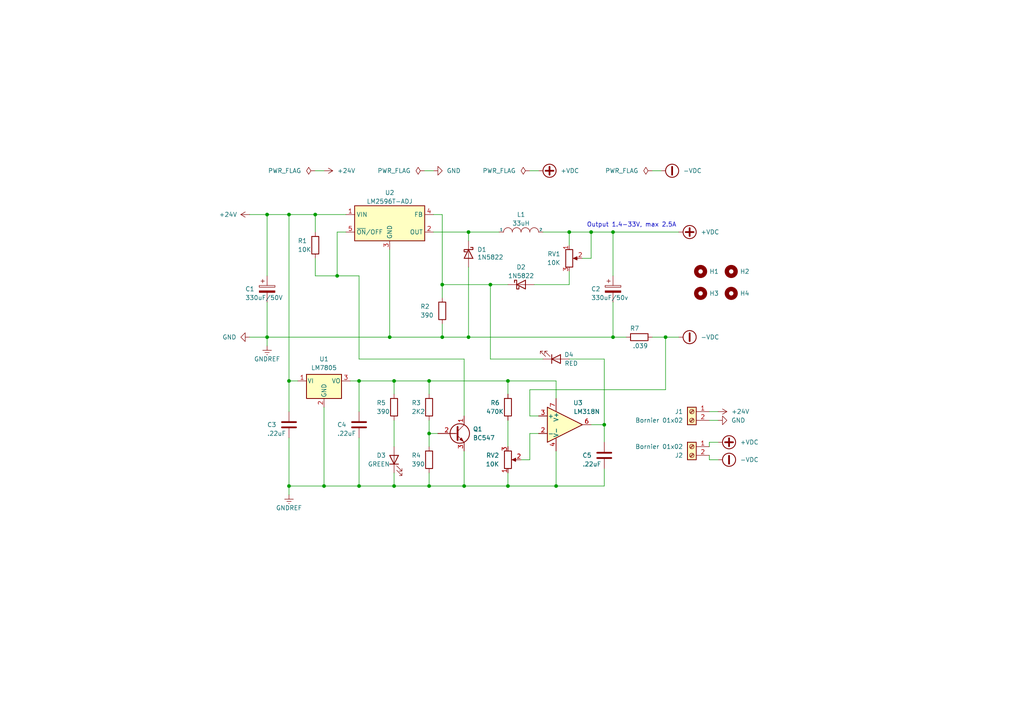
<source format=kicad_sch>
(kicad_sch (version 20211123) (generator eeschema)
  (paper "A4")
  (lib_symbols
    (symbol "Amplifier_Operational:LM318N" (pin_names (offset 0.127))
      (property "Reference" "U3" (at 3.81 6.35 0))
      (property "Value" "LM318N" (at 6.35 3.81 0))
      (symbol "LM318N_0_1"
        (polyline (pts (xy 5.08 0) (xy -5.08 5.08) (xy -5.08 -5.08) (xy 5.08 0)) (stroke (width 0.254)) (fill (type background)))
      )
      (symbol "LM318N_1_1"
        (pin input line (at -7.62 -2.54 0) (length 2.54) (name "-") (number "2"))
        (pin input line (at -7.62 2.54 0) (length 2.54) (name "+") (number "3"))
        (pin power_in line (at -2.54 -7.62 90) (length 3.81) (name "V-") (number "4"))
        (pin output line (at 7.62 0 180) (length 2.54) (name "~") (number "6"))
        (pin power_in line (at -2.54 7.62 270) (length 3.81) (name "V+") (number "7"))
      )
    )
    (symbol "Connector:Screw_Terminal_01x02" (pin_names (offset 1.016) hide)
      (property "Reference" "J" (at 0 2.54 0))
      (property "Value" "Screw_Terminal_01x02" (at 0 -5.08 0))
      (symbol "Screw_Terminal_01x02_1_1"
        (rectangle (start -1.27 1.27) (end 1.27 -3.81) (stroke (width 0.254)) (fill (type background)))
        (circle (center 0 -2.54) (radius 0.635) (stroke (width 0.1524)))
        (polyline (pts (xy -0.5334 -2.2098) (xy 0.3302 -3.048)) (stroke (width 0.1524)))
        (polyline (pts (xy -0.5334 0.3302) (xy 0.3302 -0.508)) (stroke (width 0.1524)))
        (polyline (pts (xy -0.3556 -2.032) (xy 0.508 -2.8702)) (stroke (width 0.1524)))
        (polyline (pts (xy -0.3556 0.508) (xy 0.508 -0.3302)) (stroke (width 0.1524)))
        (circle (center 0 0) (radius 0.635) (stroke (width 0.1524)))
        (pin passive line (at -5.08 0 0) (length 3.81) (name "Pin_1") (number "1"))
        (pin passive line (at -5.08 -2.54 0) (length 3.81) (name "Pin_2") (number "2"))
      )
    )
    (symbol "Device:C" (pin_numbers hide) (pin_names (offset 0.254))
      (property "Reference" "C" (at 0.635 2.54 0))
      (property "Value" "C" (at 0.635 -2.54 0))
      (symbol "C_0_1"
        (polyline (pts (xy -2.032 -0.762) (xy 2.032 -0.762)) (stroke (width 0.508)))
        (polyline (pts (xy -2.032 0.762) (xy 2.032 0.762)) (stroke (width 0.508)))
      )
      (symbol "C_1_1"
        (pin passive line (at 0 3.81 270) (length 2.794) (name "~") (number "1"))
        (pin passive line (at 0 -3.81 90) (length 2.794) (name "~") (number "2"))
      )
    )
    (symbol "Device:C_Polarized" (pin_numbers hide) (pin_names (offset 0.254))
      (property "Reference" "C" (at 0.635 2.54 0))
      (property "Value" "C_Polarized" (at 0.635 -2.54 0))
      (symbol "C_Polarized_0_1"
        (rectangle (start -2.286 0.508) (end 2.286 1.016))
        (polyline (pts (xy -1.778 2.286) (xy -0.762 2.286)))
        (polyline (pts (xy -1.27 2.794) (xy -1.27 1.778)))
        (rectangle (start 2.286 -0.508) (end -2.286 -1.016) (fill (type outline)))
      )
      (symbol "C_Polarized_1_1"
        (pin passive line (at 0 3.81 270) (length 2.794) (name "~") (number "1"))
        (pin passive line (at 0 -3.81 90) (length 2.794) (name "~") (number "2"))
      )
    )
    (symbol "Device:LED" (pin_numbers hide) (pin_names (offset 1.016) hide)
      (property "Reference" "D" (at 0 2.54 0))
      (property "Value" "LED" (at 0 -2.54 0))
      (symbol "LED_0_1"
        (polyline (pts (xy -1.27 -1.27) (xy -1.27 1.27)) (stroke (width 0.254)))
        (polyline (pts (xy -1.27 0) (xy 1.27 0)))
        (polyline (pts (xy 1.27 -1.27) (xy 1.27 1.27) (xy -1.27 0) (xy 1.27 -1.27)) (stroke (width 0.254)))
        (polyline (pts (xy -3.048 -0.762) (xy -4.572 -2.286) (xy -3.81 -2.286) (xy -4.572 -2.286) (xy -4.572 -1.524)))
        (polyline (pts (xy -1.778 -0.762) (xy -3.302 -2.286) (xy -2.54 -2.286) (xy -3.302 -2.286) (xy -3.302 -1.524)))
      )
      (symbol "LED_1_1"
        (pin passive line (at -3.81 0 0) (length 2.54) (name "K") (number "1"))
        (pin passive line (at 3.81 0 180) (length 2.54) (name "A") (number "2"))
      )
    )
    (symbol "Device:R" (pin_numbers hide) (pin_names (offset 0))
      (property "Reference" "R" (at 2.032 0 90))
      (property "Value" "R" (at 0 0 90))
      (symbol "R_0_1"
        (rectangle (start -1.016 -2.54) (end 1.016 2.54) (stroke (width 0.254)))
      )
      (symbol "R_1_1"
        (pin passive line (at 0 3.81 270) (length 1.27) (name "~") (number "1"))
        (pin passive line (at 0 -3.81 90) (length 1.27) (name "~") (number "2"))
      )
    )
    (symbol "Device:R_Potentiometer" (pin_names (offset 1.016) hide)
      (property "Reference" "RV" (at -4.445 0 90))
      (property "Value" "R_Potentiometer" (at -2.54 0 90))
      (symbol "R_Potentiometer_0_1"
        (polyline (pts (xy 2.54 0) (xy 1.524 0)))
        (polyline (pts (xy 1.143 0) (xy 2.286 0.508) (xy 2.286 -0.508) (xy 1.143 0)) (fill (type outline)))
        (rectangle (start 1.016 2.54) (end -1.016 -2.54) (stroke (width 0.254)))
      )
      (symbol "R_Potentiometer_1_1"
        (pin passive line (at 0 3.81 270) (length 1.27) (name "1") (number "1"))
        (pin passive line (at 3.81 0 180) (length 1.27) (name "2") (number "2"))
        (pin passive line (at 0 -3.81 90) (length 1.27) (name "3") (number "3"))
      )
    )
    (symbol "Diode:1N5822" (pin_numbers hide) (pin_names (offset 1.016) hide)
      (property "Reference" "D" (at 0 2.54 0))
      (property "Value" "1N5822" (at 0 -2.54 0))
      (symbol "1N5822_0_1"
        (polyline (pts (xy 1.27 0) (xy -1.27 0)))
        (polyline (pts (xy 1.27 1.27) (xy 1.27 -1.27) (xy -1.27 0) (xy 1.27 1.27)) (stroke (width 0.254)))
        (polyline (pts (xy -1.905 0.635) (xy -1.905 1.27) (xy -1.27 1.27) (xy -1.27 -1.27) (xy -0.635 -1.27) (xy -0.635 -0.635)) (stroke (width 0.254)))
      )
      (symbol "1N5822_1_1"
        (pin passive line (at -3.81 0 0) (length 2.54) (name "K") (number "1"))
        (pin passive line (at 3.81 0 180) (length 2.54) (name "A") (number "2"))
      )
    )
    (symbol "Mechanical:MountingHole" (pin_names (offset 1.016))
      (property "Reference" "H" (at 0 5.08 0))
      (property "Value" "MountingHole" (at 0 3.175 0))
      (symbol "MountingHole_0_1"
        (circle (center 0 0) (radius 1.27) (stroke (width 1.27)))
      )
    )
    (symbol "Regulator_Linear:LM7805_TO220" (pin_names (offset 0.254))
      (property "Reference" "U" (at -3.81 3.175 0))
      (property "Value" "LM7805_TO220" (at 0 3.175 0))
      (symbol "LM7805_TO220_0_1"
        (rectangle (start -5.08 1.905) (end 5.08 -5.08) (stroke (width 0.254)) (fill (type background)))
      )
      (symbol "LM7805_TO220_1_1"
        (pin power_in line (at -7.62 0 0) (length 2.54) (name "VI") (number "1"))
        (pin power_in line (at 0 -7.62 90) (length 2.54) (name "GND") (number "2"))
        (pin power_out line (at 7.62 0 180) (length 2.54) (name "VO") (number "3"))
      )
    )
    (symbol "Regulator_Switching:LM2596T-ADJ"
      (property "Reference" "U" (at -10.16 6.35 0))
      (property "Value" "LM2596T-ADJ" (at 0 6.35 0))
      (symbol "LM2596T-ADJ_0_1"
        (rectangle (start -10.16 5.08) (end 10.16 -5.08) (stroke (width 0.254)) (fill (type background)))
      )
      (symbol "LM2596T-ADJ_1_1"
        (pin power_in line (at -12.7 2.54 0) (length 2.54) (name "VIN") (number "1"))
        (pin output line (at 12.7 -2.54 180) (length 2.54) (name "OUT") (number "2"))
        (pin power_in line (at 0 -7.62 90) (length 2.54) (name "GND") (number "3"))
        (pin input line (at 12.7 2.54 180) (length 2.54) (name "FB") (number "4"))
        (pin input line (at -12.7 -2.54 0) (length 2.54) (name "~{ON}/OFF") (number "5"))
      )
    )
    (symbol "Transistor_BJT:BC547" (pin_names (offset 0) hide)
      (property "Reference" "Q" (at 5.08 1.905 0))
      (property "Value" "BC547" (at 5.08 0 0))
      (symbol "BC547_0_1"
        (polyline (pts (xy 0 0) (xy 0.635 0)))
        (polyline (pts (xy 0.635 0.635) (xy 2.54 2.54)))
        (polyline (pts (xy 0.635 -0.635) (xy 2.54 -2.54) (xy 2.54 -2.54)))
        (polyline (pts (xy 0.635 1.905) (xy 0.635 -1.905) (xy 0.635 -1.905)) (stroke (width 0.508)))
        (polyline (pts (xy 1.27 -1.778) (xy 1.778 -1.27) (xy 2.286 -2.286) (xy 1.27 -1.778) (xy 1.27 -1.778)) (fill (type outline)))
        (circle (center 1.27 0) (radius 2.8194) (stroke (width 0.254)))
      )
      (symbol "BC547_1_1"
        (pin passive line (at 2.54 5.08 270) (length 2.54) (name "C") (number "1"))
        (pin input line (at -5.08 0 0) (length 5.08) (name "B") (number "2"))
        (pin passive line (at 2.54 -5.08 90) (length 2.54) (name "E") (number "3"))
      )
    )
    (symbol "power:+24V" (power) (pin_names (offset 0))
      (property "Value" "+24V" (at 0 3.556 0))
      (symbol "+24V_0_1"
        (polyline (pts (xy -0.762 1.27) (xy 0 2.54)))
        (polyline (pts (xy 0 0) (xy 0 2.54)))
        (polyline (pts (xy 0 2.54) (xy 0.762 1.27)))
      )
      (symbol "+24V_1_1"
        (pin power_in line (at 0 0 90) (length 0) hide (name "+24V") (number "1"))
      )
    )
    (symbol "power:+VDC" (power) (pin_names (offset 0))
      (property "Value" "+VDC" (at 0 6.35 0))
      (symbol "+VDC_0_1"
        (polyline (pts (xy -1.143 3.175) (xy 1.143 3.175)) (stroke (width 0.508)))
        (polyline (pts (xy 0 0) (xy 0 1.27)))
        (polyline (pts (xy 0 2.032) (xy 0 4.318)) (stroke (width 0.508)))
        (circle (center 0 3.175) (radius 1.905) (stroke (width 0.254)))
      )
      (symbol "+VDC_1_1"
        (pin power_in line (at 0 0 90) (length 0) hide (name "+VDC") (number "1"))
      )
    )
    (symbol "power:-VDC" (power) (pin_names (offset 0))
      (property "Value" "-VDC" (at 0 6.35 0))
      (symbol "-VDC_0_1"
        (polyline (pts (xy -1.143 3.175) (xy 1.143 3.175)) (stroke (width 0.508)))
        (polyline (pts (xy 0 0) (xy 0 1.27)))
        (circle (center 0 3.175) (radius 1.905) (stroke (width 0.254)))
      )
      (symbol "-VDC_1_1"
        (pin power_in line (at 0 0 90) (length 0) hide (name "-VDC") (number "1"))
      )
    )
    (symbol "power:GND" (power) (pin_names (offset 0))
      (property "Value" "GND" (at 0 -3.81 0))
      (symbol "GND_0_1"
        (polyline (pts (xy 0 0) (xy 0 -1.27) (xy 1.27 -1.27) (xy 0 -2.54) (xy -1.27 -1.27) (xy 0 -1.27)))
      )
      (symbol "GND_1_1"
        (pin power_in line (at 0 0 270) (length 0) hide (name "GND") (number "1"))
      )
    )
    (symbol "power:GNDREF" (power) (pin_names (offset 0))
      (property "Value" "GNDREF" (at 0 -3.81 0))
      (symbol "GNDREF_0_1"
        (polyline (pts (xy -0.635 -1.905) (xy 0.635 -1.905)))
        (polyline (pts (xy -0.127 -2.54) (xy 0.127 -2.54)))
        (polyline (pts (xy 0 -1.27) (xy 0 0)))
        (polyline (pts (xy 1.27 -1.27) (xy -1.27 -1.27)))
      )
      (symbol "GNDREF_1_1"
        (pin power_in line (at 0 0 270) (length 0) hide (name "GNDREF") (number "1"))
      )
    )
    (symbol "power:PWR_FLAG" (power) (pin_numbers hide) (pin_names (offset 0) hide)
      (property "Value" "PWR_FLAG" (at 0 3.81 0))
      (symbol "PWR_FLAG_0_0"
        (pin power_out line (at 0 0 90) (length 0) (name "pwr") (number "1"))
      )
      (symbol "PWR_FLAG_0_1"
        (polyline (pts (xy 0 0) (xy 0 1.27) (xy -1.016 1.905) (xy 0 2.54) (xy 1.016 1.905) (xy 0 1.27)))
      )
    )
    (symbol "pspice:INDUCTOR" (pin_numbers hide) (pin_names (offset 0))
      (property "Reference" "L" (at 0 2.54 0))
      (property "Value" "INDUCTOR" (at 0 -1.27 0))
      (symbol "INDUCTOR_0_1"
        (arc (start -2.54 0) (mid -3.81 1.27) (end -5.08 0))
        (arc (start 0 0) (mid -1.27 1.27) (end -2.54 0))
        (arc (start 2.54 0) (mid 1.27 1.27) (end 0 0))
        (arc (start 5.08 0) (mid 3.81 1.27) (end 2.54 0))
      )
      (symbol "INDUCTOR_1_1"
        (pin input line (at -6.35 0 0) (length 1.27) (name "1") (number "1"))
        (pin input line (at 6.35 0 180) (length 1.27) (name "2") (number "2"))
      )
    )
  )
  (junction (at 147.32 110.49))
  (junction (at 124.46 140.97))
  (junction (at 124.46 110.49))
  (junction (at 83.82 110.49))
  (junction (at 104.14 110.49))
  (junction (at 83.82 140.97))
  (junction (at 177.8 97.79))
  (junction (at 93.98 140.97))
  (junction (at 175.26 123.19))
  (junction (at 83.82 62.23))
  (junction (at 91.44 62.23))
  (junction (at 171.45 67.31))
  (junction (at 161.29 140.97))
  (junction (at 113.03 97.79))
  (junction (at 128.27 82.55))
  (junction (at 165.1 67.31))
  (junction (at 124.46 125.73))
  (junction (at 134.62 140.97))
  (junction (at 114.3 110.49))
  (junction (at 135.89 97.79))
  (junction (at 77.47 62.23))
  (junction (at 104.14 140.97))
  (junction (at 142.24 82.55))
  (junction (at 135.89 67.31))
  (junction (at 177.8 67.31))
  (junction (at 128.27 97.79))
  (junction (at 114.3 140.97))
  (junction (at 97.79 80.01))
  (junction (at 147.32 140.97))
  (junction (at 193.04 97.79))
  (junction (at 77.47 97.79))
  (wire (pts (xy 175.26 135.89) (xy 175.26 140.97)))
  (wire (pts (xy 171.45 67.31) (xy 171.45 74.93)))
  (wire (pts (xy 175.26 104.14) (xy 165.1 104.14)))
  (wire (pts (xy 134.62 104.14) (xy 134.62 120.65)))
  (wire (pts (xy 157.48 67.31) (xy 165.1 67.31)))
  (wire (pts (xy 208.28 133.35) (xy 205.74 133.35)))
  (wire (pts (xy 157.48 104.14) (xy 142.24 104.14)))
  (wire (pts (xy 83.82 127) (xy 83.82 140.97)))
  (wire (pts (xy 134.62 140.97) (xy 147.32 140.97)))
  (wire (pts (xy 142.24 82.55) (xy 147.32 82.55)))
  (wire (pts (xy 151.13 133.35) (xy 153.67 133.35)))
  (wire (pts (xy 177.8 67.31) (xy 177.8 80.01)))
  (wire (pts (xy 147.32 140.97) (xy 161.29 140.97)))
  (wire (pts (xy 104.14 119.38) (xy 104.14 110.49)))
  (wire (pts (xy 124.46 125.73) (xy 124.46 129.54)))
  (wire (pts (xy 147.32 110.49) (xy 147.32 114.3)))
  (wire (pts (xy 125.73 62.23) (xy 128.27 62.23)))
  (wire (pts (xy 128.27 62.23) (xy 128.27 82.55)))
  (wire (pts (xy 114.3 110.49) (xy 114.3 114.3)))
  (wire (pts (xy 83.82 140.97) (xy 93.98 140.97)))
  (wire (pts (xy 83.82 62.23) (xy 83.82 110.49)))
  (wire (pts (xy 193.04 113.03) (xy 153.67 113.03)))
  (wire (pts (xy 123.19 49.53) (xy 125.73 49.53)))
  (wire (pts (xy 101.6 110.49) (xy 104.14 110.49)))
  (wire (pts (xy 147.32 121.92) (xy 147.32 129.54)))
  (wire (pts (xy 113.03 97.79) (xy 128.27 97.79)))
  (wire (pts (xy 104.14 104.14) (xy 134.62 104.14)))
  (wire (pts (xy 128.27 93.98) (xy 128.27 97.79)))
  (wire (pts (xy 91.44 62.23) (xy 100.33 62.23)))
  (wire (pts (xy 128.27 82.55) (xy 142.24 82.55)))
  (wire (pts (xy 124.46 121.92) (xy 124.46 125.73)))
  (wire (pts (xy 77.47 62.23) (xy 83.82 62.23)))
  (wire (pts (xy 124.46 110.49) (xy 124.46 114.3)))
  (wire (pts (xy 113.03 72.39) (xy 113.03 97.79)))
  (wire (pts (xy 104.14 80.01) (xy 97.79 80.01)))
  (wire (pts (xy 114.3 137.16) (xy 114.3 140.97)))
  (wire (pts (xy 114.3 129.54) (xy 114.3 121.92)))
  (wire (pts (xy 147.32 110.49) (xy 161.29 110.49)))
  (wire (pts (xy 205.74 121.92) (xy 208.28 121.92)))
  (wire (pts (xy 193.04 97.79) (xy 193.04 113.03)))
  (wire (pts (xy 153.67 125.73) (xy 156.21 125.73)))
  (wire (pts (xy 91.44 62.23) (xy 91.44 67.31)))
  (wire (pts (xy 77.47 62.23) (xy 77.47 80.01)))
  (wire (pts (xy 97.79 67.31) (xy 97.79 80.01)))
  (wire (pts (xy 205.74 119.38) (xy 208.28 119.38)))
  (wire (pts (xy 142.24 82.55) (xy 142.24 104.14)))
  (wire (pts (xy 83.82 62.23) (xy 91.44 62.23)))
  (wire (pts (xy 91.44 49.53) (xy 93.98 49.53)))
  (wire (pts (xy 104.14 127) (xy 104.14 140.97)))
  (wire (pts (xy 114.3 140.97) (xy 124.46 140.97)))
  (wire (pts (xy 93.98 140.97) (xy 104.14 140.97)))
  (wire (pts (xy 128.27 97.79) (xy 135.89 97.79)))
  (wire (pts (xy 171.45 123.19) (xy 175.26 123.19)))
  (wire (pts (xy 93.98 118.11) (xy 93.98 140.97)))
  (wire (pts (xy 205.74 132.08) (xy 205.74 133.35)))
  (wire (pts (xy 193.04 97.79) (xy 196.85 97.79)))
  (wire (pts (xy 72.39 62.23) (xy 77.47 62.23)))
  (wire (pts (xy 77.47 97.79) (xy 113.03 97.79)))
  (wire (pts (xy 83.82 140.97) (xy 83.82 143.51)))
  (wire (pts (xy 154.94 82.55) (xy 165.1 82.55)))
  (wire (pts (xy 135.89 77.47) (xy 135.89 97.79)))
  (wire (pts (xy 177.8 67.31) (xy 196.85 67.31)))
  (wire (pts (xy 125.73 67.31) (xy 135.89 67.31)))
  (wire (pts (xy 175.26 123.19) (xy 175.26 104.14)))
  (wire (pts (xy 91.44 74.93) (xy 91.44 80.01)))
  (wire (pts (xy 91.44 80.01) (xy 97.79 80.01)))
  (wire (pts (xy 153.67 49.53) (xy 156.21 49.53)))
  (wire (pts (xy 124.46 137.16) (xy 124.46 140.97)))
  (wire (pts (xy 147.32 137.16) (xy 147.32 140.97)))
  (wire (pts (xy 83.82 110.49) (xy 83.82 119.38)))
  (wire (pts (xy 175.26 123.19) (xy 175.26 128.27)))
  (wire (pts (xy 83.82 110.49) (xy 86.36 110.49)))
  (wire (pts (xy 205.74 128.27) (xy 205.74 129.54)))
  (wire (pts (xy 97.79 67.31) (xy 100.33 67.31)))
  (wire (pts (xy 153.67 120.65) (xy 156.21 120.65)))
  (wire (pts (xy 124.46 110.49) (xy 147.32 110.49)))
  (wire (pts (xy 104.14 140.97) (xy 114.3 140.97)))
  (wire (pts (xy 171.45 74.93) (xy 168.91 74.93)))
  (wire (pts (xy 177.8 87.63) (xy 177.8 97.79)))
  (wire (pts (xy 165.1 67.31) (xy 171.45 67.31)))
  (wire (pts (xy 135.89 67.31) (xy 144.78 67.31)))
  (wire (pts (xy 189.23 49.53) (xy 191.77 49.53)))
  (wire (pts (xy 124.46 140.97) (xy 134.62 140.97)))
  (wire (pts (xy 124.46 125.73) (xy 127 125.73)))
  (wire (pts (xy 161.29 110.49) (xy 161.29 115.57)))
  (wire (pts (xy 135.89 67.31) (xy 135.89 69.85)))
  (wire (pts (xy 171.45 67.31) (xy 177.8 67.31)))
  (wire (pts (xy 161.29 140.97) (xy 161.29 130.81)))
  (wire (pts (xy 208.28 128.27) (xy 205.74 128.27)))
  (wire (pts (xy 72.39 97.79) (xy 77.47 97.79)))
  (wire (pts (xy 104.14 80.01) (xy 104.14 104.14)))
  (wire (pts (xy 128.27 82.55) (xy 128.27 86.36)))
  (wire (pts (xy 153.67 125.73) (xy 153.67 133.35)))
  (wire (pts (xy 77.47 87.63) (xy 77.47 97.79)))
  (wire (pts (xy 134.62 130.81) (xy 134.62 140.97)))
  (wire (pts (xy 165.1 78.74) (xy 165.1 82.55)))
  (wire (pts (xy 161.29 140.97) (xy 175.26 140.97)))
  (wire (pts (xy 104.14 110.49) (xy 114.3 110.49)))
  (wire (pts (xy 135.89 97.79) (xy 177.8 97.79)))
  (wire (pts (xy 165.1 67.31) (xy 165.1 71.12)))
  (wire (pts (xy 77.47 97.79) (xy 77.47 100.33)))
  (wire (pts (xy 189.23 97.79) (xy 193.04 97.79)))
  (wire (pts (xy 153.67 113.03) (xy 153.67 120.65)))
  (wire (pts (xy 114.3 110.49) (xy 124.46 110.49)))
  (wire (pts (xy 177.8 97.79) (xy 181.61 97.79)))
  (text "Output 1.4-33V, max 2.5A" (at 170.18 66.04 0) (effects (font (size 1.27 1.27)) (justify left bottom)))
  (symbol (lib_id "power:-VDC") (at 196.85 97.79 270) (unit 1)
    (property "Reference" "#PWR08" (effects hide))
    (property "Value" "-VDC" (at 203.2 97.7899 90) (effects (justify left)))
  )
  (symbol (lib_id "power:PWR_FLAG") (at 91.44 49.53 90) (unit 1)
    (property "Reference" "#FLG01" (effects hide))
    (property "Value" "PWR_FLAG" (at 82.55 49.53 90))
  )
  (symbol (lib_id "power:PWR_FLAG") (at 153.67 49.53 90) (unit 1)
    (property "Reference" "#FLG03" (effects hide))
    (property "Value" "PWR_FLAG" (at 144.78 49.53 90))
  )
  (symbol (lib_id "power:+VDC") (at 156.21 49.53 270) (mirror x) (unit 1)
    (property "Reference" "#PWR05" (effects hide))
    (property "Value" "+VDC" (at 162.56 49.5299 90) (effects (justify left)))
  )
  (symbol (lib_id "Diode:1N5822") (at 151.13 82.55 0) (unit 1)
    (property "Reference" "D2" (at 151.13 77.47 0))
    (property "Value" "1N5822" (at 151.13 80.01 0))
    (property "Footprint" "Diode_THT:D_DO-201AD_P15.24mm_Horizontal" (effects hide))
    (property "Datasheet" "http://www.vishay.com/docs/88526/1n5820.pdf" (effects hide))
  )
  (symbol (lib_id "power:GND") (at 125.73 49.53 90) (unit 1)
    (property "Reference" "#PWR04" (effects hide))
    (property "Value" "GND" (at 129.54 49.53 90) (effects (justify right)))
  )
  (symbol (lib_id "Diode:1N5822") (at 135.89 73.66 270) (unit 1)
    (property "Reference" "D1" (at 138.43 72.39 90) (effects (justify left)))
    (property "Value" "1N5822" (at 138.43 74.6124 90) (effects (justify left)))
    (property "Footprint" "Diode_THT:D_DO-201AD_P15.24mm_Horizontal" (effects hide))
    (property "Datasheet" "http://www.vishay.com/docs/88526/1n5820.pdf" (effects hide))
  )
  (symbol (lib_id "pspice:INDUCTOR") (at 151.13 67.31 0) (unit 1)
    (property "Reference" "L1" (at 151.13 62.23 0))
    (property "Value" "33uH" (at 151.13 64.77 0))
    (property "Footprint" "Inductor_THT:L_Radial_D10.0mm_P5.00mm_Fastron_07M" (effects hide))
  )
  (symbol (lib_id "Device:R") (at 124.46 133.35 0) (unit 1)
    (property "Reference" "R4" (at 119.38 132.08 0) (effects (justify left)))
    (property "Value" "390" (at 119.38 134.62 0) (effects (justify left)))
    (property "Footprint" "Resistor_THT:R_Axial_DIN0207_L6.3mm_D2.5mm_P7.62mm_Horizontal" (effects hide))
  )
  (symbol (lib_id "Device:LED") (at 114.3 133.35 90) (unit 1)
    (property "Reference" "D3" (at 109.22 132.08 90) (effects (justify right)))
    (property "Value" "GREEN" (at 106.68 134.62 90) (effects (justify right)))
    (property "Footprint" "LED_THT:LED_D5.0mm" (effects hide))
  )
  (symbol (lib_id "Device:R_Potentiometer") (at 147.32 133.35 0) (mirror x) (unit 1)
    (property "Reference" "RV2" (at 144.78 132.0799 0) (effects (justify right)))
    (property "Value" "10K" (at 144.78 134.6199 0) (effects (justify right)))
    (property "Footprint" "Potentiometer_THT:Potentiometer_Alps_RK163_Single_Horizontal" (effects hide))
  )
  (symbol (lib_id "power:PWR_FLAG") (at 189.23 49.53 90) (unit 1)
    (property "Reference" "#FLG04" (effects hide))
    (property "Value" "PWR_FLAG" (at 180.34 49.53 90))
  )
  (symbol (lib_id "power:+24V") (at 72.39 62.23 90) (unit 1)
    (property "Reference" "#PWR01" (effects hide))
    (property "Value" "+24V" (at 63.5 62.23 90) (effects (justify right)))
  )
  (symbol (lib_id "power:-VDC") (at 208.28 133.35 270) (unit 1)
    (property "Reference" "#PWR0104" (effects hide))
    (property "Value" "-VDC" (at 214.63 133.3499 90) (effects (justify left)))
  )
  (symbol (lib_id "Device:R") (at 128.27 90.17 0) (unit 1)
    (property "Reference" "R2" (at 121.92 88.9 0) (effects (justify left)))
    (property "Value" "390" (at 121.92 91.44 0) (effects (justify left)))
    (property "Footprint" "Resistor_THT:R_Axial_DIN0207_L6.3mm_D2.5mm_P7.62mm_Horizontal" (effects hide))
  )
  (symbol (lib_id "Device:C_Polarized") (at 77.47 83.82 0) (unit 1)
    (property "Reference" "C1" (at 71.12 83.82 0) (effects (justify left)))
    (property "Value" "330uF/50V" (at 71.12 86.36 0) (effects (justify left)))
    (property "Footprint" "Capacitor_THT:CP_Radial_D8.0mm_P3.80mm" (effects hide))
  )
  (symbol (lib_id "power:PWR_FLAG") (at 123.19 49.53 90) (unit 1)
    (property "Reference" "#FLG02" (effects hide))
    (property "Value" "PWR_FLAG" (at 114.3 49.53 90))
  )
  (symbol (lib_id "Device:R") (at 124.46 118.11 0) (unit 1)
    (property "Reference" "R3" (at 119.38 116.84 0) (effects (justify left)))
    (property "Value" "2K2" (at 119.38 119.38 0) (effects (justify left)))
    (property "Footprint" "Resistor_THT:R_Axial_DIN0207_L6.3mm_D2.5mm_P7.62mm_Horizontal" (effects hide))
  )
  (symbol (lib_id "Device:LED") (at 161.29 104.14 0) (mirror x) (unit 1)
    (property "Reference" "D4" (at 166.37 102.87 0) (effects (justify right)))
    (property "Value" "RED" (at 167.64 105.41 0) (effects (justify right)))
    (property "Footprint" "LED_THT:LED_D5.0mm" (effects hide))
  )
  (symbol (lib_id "power:GND") (at 208.28 121.92 90) (unit 1)
    (property "Reference" "#PWR0101" (effects hide))
    (property "Value" "GND" (at 212.09 121.92 90) (effects (justify right)))
  )
  (symbol (lib_id "Mechanical:MountingHole") (at 212.09 85.09 0) (unit 1)
    (property "Reference" "H4" (at 214.63 85.09 0) (effects (justify left)))
    (property "Value" "MountingHole" (effects hide))
    (property "Footprint" "MountingHole:MountingHole_2.1mm" (effects hide))
  )
  (symbol (lib_id "Device:R") (at 114.3 118.11 0) (unit 1)
    (property "Reference" "R5" (at 109.22 116.84 0) (effects (justify left)))
    (property "Value" "390" (at 109.22 119.38 0) (effects (justify left)))
    (property "Footprint" "Resistor_THT:R_Axial_DIN0207_L6.3mm_D2.5mm_P7.62mm_Horizontal" (effects hide))
  )
  (symbol (lib_id "Transistor_BJT:BC547") (at 132.08 125.73 0) (unit 1)
    (property "Reference" "Q1" (at 137.16 124.4599 0) (effects (justify left)))
    (property "Value" "BC547" (at 137.16 126.9999 0) (effects (justify left)))
    (property "Footprint" "Package_TO_SOT_THT:TO-92_Inline_Wide" (effects hide))
    (property "Datasheet" "https://www.onsemi.com/pub/Collateral/BC550-D.pdf" (effects hide))
  )
  (symbol (lib_id "Mechanical:MountingHole") (at 212.09 78.74 0) (unit 1)
    (property "Reference" "H2" (at 214.63 78.74 0) (effects (justify left)))
    (property "Value" "MountingHole" (effects hide))
    (property "Footprint" "MountingHole:MountingHole_2.1mm" (effects hide))
  )
  (symbol (lib_id "Mechanical:MountingHole") (at 203.2 85.09 0) (unit 1)
    (property "Reference" "H3" (at 205.74 85.09 0) (effects (justify left)))
    (property "Value" "MountingHole" (effects hide))
    (property "Footprint" "MountingHole:MountingHole_2.1mm" (effects hide))
  )
  (symbol (lib_id "Device:R_Potentiometer") (at 165.1 74.93 0) (unit 1)
    (property "Reference" "RV1" (at 162.56 73.6599 0) (effects (justify right)))
    (property "Value" "10K" (at 162.56 76.1999 0) (effects (justify right)))
    (property "Footprint" "Potentiometer_THT:Potentiometer_Alps_RK163_Single_Horizontal" (effects hide))
  )
  (symbol (lib_id "Device:C") (at 83.82 123.19 0) (unit 1)
    (property "Reference" "C3" (at 77.47 123.19 0) (effects (justify left)))
    (property "Value" ".22uF" (at 77.47 125.73 0) (effects (justify left)))
    (property "Footprint" "Capacitor_THT:C_Disc_D6.0mm_W2.5mm_P5.00mm" (effects hide))
  )
  (symbol (lib_id "Device:C") (at 104.14 123.19 0) (unit 1)
    (property "Reference" "C4" (at 97.79 123.19 0) (effects (justify left)))
    (property "Value" ".22uF" (at 97.79 125.73 0) (effects (justify left)))
    (property "Footprint" "Capacitor_THT:C_Disc_D6.0mm_W2.5mm_P5.00mm" (effects hide))
  )
  (symbol (lib_id "Regulator_Switching:LM2596T-ADJ") (at 113.03 64.77 0) (unit 1)
    (property "Reference" "U2" (at 113.03 55.88 0))
    (property "Value" "LM2596T-ADJ" (at 113.03 58.42 0))
    (property "Footprint" "Package_TO_SOT_THT:TO-220-5_P3.4x3.7mm_StaggerEven_Lead3.8mm_Vertical" (effects hide))
    (property "Datasheet" "http://www.ti.com/lit/ds/symlink/lm2596.pdf" (effects hide))
  )
  (symbol (lib_id "power:-VDC") (at 191.77 49.53 270) (unit 1)
    (property "Reference" "#PWR06" (effects hide))
    (property "Value" "-VDC" (at 198.12 49.5299 90) (effects (justify left)))
  )
  (symbol (lib_id "power:+24V") (at 93.98 49.53 270) (unit 1)
    (property "Reference" "#PWR03" (effects hide))
    (property "Value" "+24V" (at 97.79 49.5299 90) (effects (justify left)))
  )
  (symbol (lib_id "Mechanical:MountingHole") (at 203.2 78.74 0) (unit 1)
    (property "Reference" "H1" (at 205.74 78.74 0) (effects (justify left)))
    (property "Value" "MountingHole" (effects hide))
    (property "Footprint" "MountingHole:MountingHole_2.1mm" (effects hide))
  )
  (symbol (lib_id "Regulator_Linear:LM7805_TO220") (at 93.98 110.49 0) (unit 1)
    (property "Reference" "U1" (at 93.98 104.14 0))
    (property "Value" "LM7805" (at 93.98 106.68 0))
    (property "Footprint" "Package_TO_SOT_THT:TO-220-3_Vertical" (effects hide))
    (property "Datasheet" "https://www.onsemi.cn/PowerSolutions/document/MC7800-D.PDF" (effects hide))
  )
  (symbol (lib_id "Device:R") (at 185.42 97.79 90) (unit 1)
    (property "Reference" "R7" (at 185.42 95.25 90) (effects (justify left)))
    (property "Value" ".039" (at 187.96 100.33 90) (effects (justify left)))
    (property "Footprint" "Resistor_THT:R_Axial_DIN0207_L6.3mm_D2.5mm_P10.16mm_Horizontal" (effects hide))
  )
  (symbol (lib_id "Connector:Screw_Terminal_01x02") (at 200.66 129.54 0) (mirror y) (unit 1)
    (property "Reference" "J2" (at 198.12 132.08 0) (effects (justify left)))
    (property "Value" "Bornier 01x02" (at 198.12 129.54 0) (effects (justify left)))
    (property "Footprint" "TerminalBlock:TerminalBlock_bornier-2_P5.08mm" (effects hide))
  )
  (symbol (lib_id "power:+VDC") (at 208.28 128.27 270) (mirror x) (unit 1)
    (property "Reference" "#PWR0102" (effects hide))
    (property "Value" "+VDC" (at 214.63 128.2699 90) (effects (justify left)))
  )
  (symbol (lib_id "Device:C") (at 175.26 132.08 0) (unit 1)
    (property "Reference" "C5" (at 168.91 132.08 0) (effects (justify left)))
    (property "Value" ".22uF" (at 168.91 134.62 0) (effects (justify left)))
    (property "Footprint" "Capacitor_THT:C_Disc_D6.0mm_W2.5mm_P5.00mm" (effects hide))
  )
  (symbol (lib_id "Device:C_Polarized") (at 177.8 83.82 0) (unit 1)
    (property "Reference" "C2" (at 171.45 83.82 0) (effects (justify left)))
    (property "Value" "330uF/50v" (at 171.45 86.36 0) (effects (justify left)))
    (property "Footprint" "Capacitor_THT:CP_Radial_D8.0mm_P3.80mm" (effects hide))
  )
  (symbol (lib_id "power:GNDREF") (at 83.82 143.51 0) (unit 1)
    (property "Reference" "#PWR010" (effects hide))
    (property "Value" "GNDREF" (at 83.82 147.32 0))
  )
  (symbol (lib_id "power:GNDREF") (at 77.47 100.33 0) (unit 1)
    (property "Reference" "#PWR09" (effects hide))
    (property "Value" "GNDREF" (at 77.47 104.14 0))
  )
  (symbol (lib_id "Connector:Screw_Terminal_01x02") (at 200.66 119.38 0) (mirror y) (unit 1)
    (property "Reference" "J1" (at 198.12 119.3799 0) (effects (justify left)))
    (property "Value" "Bornier 01x02" (at 198.12 121.9199 0) (effects (justify left)))
    (property "Footprint" "TerminalBlock:TerminalBlock_bornier-2_P5.08mm" (effects hide))
  )
  (symbol (lib_id "Amplifier_Operational:LM318N") (at 163.83 123.19 0) (unit 1)
    (property "Reference" "U3" (at 167.64 116.84 0))
    (property "Value" "LM318N" (at 170.18 119.38 0))
    (property "Footprint" "Package_DIP:DIP-8_W7.62mm" (effects hide))
    (property "Datasheet" "http://www.ti.com/lit/ds/symlink/lm318-n.pdf" (effects hide))
  )
  (symbol (lib_id "Device:R") (at 91.44 71.12 0) (unit 1)
    (property "Reference" "R1" (at 86.36 69.85 0) (effects (justify left)))
    (property "Value" "10K" (at 86.36 72.39 0) (effects (justify left)))
    (property "Footprint" "Resistor_THT:R_Axial_DIN0207_L6.3mm_D2.5mm_P7.62mm_Horizontal" (effects hide))
  )
  (symbol (lib_id "power:GND") (at 72.39 97.79 270) (unit 1)
    (property "Reference" "#PWR02" (effects hide))
    (property "Value" "GND" (at 68.58 97.79 90) (effects (justify right)))
  )
  (symbol (lib_id "Device:R") (at 147.32 118.11 0) (unit 1)
    (property "Reference" "R6" (at 142.24 116.84 0) (effects (justify left)))
    (property "Value" "470K" (at 140.97 119.38 0) (effects (justify left)))
    (property "Footprint" "Resistor_THT:R_Axial_DIN0207_L6.3mm_D2.5mm_P7.62mm_Horizontal" (effects hide))
  )
  (symbol (lib_id "power:+VDC") (at 196.85 67.31 270) (mirror x) (unit 1)
    (property "Reference" "#PWR07" (effects hide))
    (property "Value" "+VDC" (at 203.2 67.3099 90) (effects (justify left)))
  )
  (symbol (lib_id "power:+24V") (at 208.28 119.38 270) (unit 1)
    (property "Reference" "#PWR0103" (effects hide))
    (property "Value" "+24V" (at 212.09 119.3799 90) (effects (justify left)))
  )
)
</source>
